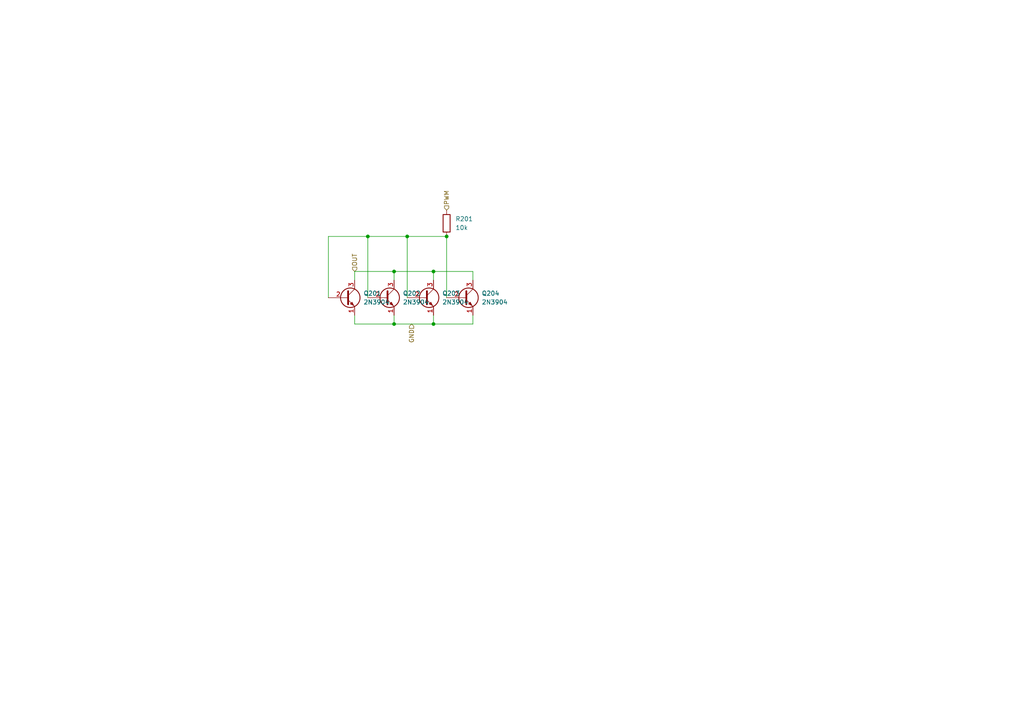
<source format=kicad_sch>
(kicad_sch (version 20230121) (generator eeschema)
  (paper "A4")
  (lib_symbols
    (symbol "Device:R" (pin_numbers hide) (pin_names (offset 0))
      (property "Reference" "R" (at 2.032 0 90))
      (property "Value" "R" (at 0 0 90))
      (symbol "R_0_1"
        (rectangle (start -1.016 -2.54) (end 1.016 2.54) (stroke (width 0.254)))
      )
      (symbol "R_1_1"
        (pin passive line (at 0 3.81 270) (length 1.27) (name "~") (number "1"))
        (pin passive line (at 0 -3.81 90) (length 1.27) (name "~") (number "2"))
      )
    )
    (symbol "Transistor_BJT:2N3904" (pin_names (offset 0) hide)
      (property "Reference" "Q" (at 5.08 1.905 0))
      (property "Value" "2N3904" (at 5.08 0 0))
      (symbol "2N3904_0_1"
        (polyline (pts (xy 0.635 0.635) (xy 2.54 2.54)))
        (polyline (pts (xy 0.635 -0.635) (xy 2.54 -2.54) (xy 2.54 -2.54)))
        (polyline (pts (xy 0.635 1.905) (xy 0.635 -1.905) (xy 0.635 -1.905)) (stroke (width 0.508)))
        (polyline (pts (xy 1.27 -1.778) (xy 1.778 -1.27) (xy 2.286 -2.286) (xy 1.27 -1.778) (xy 1.27 -1.778)) (fill (type outline)))
        (circle (center 1.27 0) (radius 2.8194) (stroke (width 0.254)))
      )
      (symbol "2N3904_1_1"
        (pin passive line (at 2.54 -5.08 90) (length 2.54) (name "E") (number "1"))
        (pin passive line (at -5.08 0 0) (length 5.715) (name "B") (number "2"))
        (pin passive line (at 2.54 5.08 270) (length 2.54) (name "C") (number "3"))
      )
    )
  )
  (junction (at 106.68 68.58))
  (junction (at 129.54 68.58))
  (junction (at 114.3 78.74))
  (junction (at 118.11 68.58))
  (junction (at 125.73 78.74))
  (junction (at 125.73 93.98))
  (junction (at 114.3 93.98))
  (wire (pts (xy 95.25 68.58) (xy 106.68 68.58)))
  (wire (pts (xy 118.11 68.58) (xy 129.54 68.58)))
  (wire (pts (xy 125.73 93.98) (xy 137.16 93.98)))
  (wire (pts (xy 118.11 68.58) (xy 106.68 68.58)))
  (wire (pts (xy 129.54 86.36) (xy 129.54 68.58)))
  (wire (pts (xy 125.73 91.44) (xy 125.73 93.98)))
  (wire (pts (xy 102.87 81.28) (xy 102.87 78.74)))
  (wire (pts (xy 137.16 91.44) (xy 137.16 93.98)))
  (wire (pts (xy 102.87 91.44) (xy 102.87 93.98)))
  (wire (pts (xy 114.3 78.74) (xy 125.73 78.74)))
  (wire (pts (xy 137.16 78.74) (xy 137.16 81.28)))
  (wire (pts (xy 118.11 68.58) (xy 118.11 86.36)))
  (wire (pts (xy 102.87 93.98) (xy 114.3 93.98)))
  (wire (pts (xy 102.87 78.74) (xy 114.3 78.74)))
  (wire (pts (xy 125.73 78.74) (xy 137.16 78.74)))
  (wire (pts (xy 95.25 86.36) (xy 95.25 68.58)))
  (wire (pts (xy 114.3 93.98) (xy 125.73 93.98)))
  (wire (pts (xy 125.73 78.74) (xy 125.73 81.28)))
  (wire (pts (xy 114.3 78.74) (xy 114.3 81.28)))
  (wire (pts (xy 106.68 68.58) (xy 106.68 86.36)))
  (wire (pts (xy 114.3 91.44) (xy 114.3 93.98)))
  (hierarchical_label "OUT" (shape input) (at 102.87 78.74 90))
  (hierarchical_label "GND" (shape input) (at 119.38 93.98 270))
  (hierarchical_label "PWM" (shape input) (at 129.54 60.96 90))
  (symbol (lib_id "Transistor_BJT:2N3904") (at 100.33 86.36 0) (unit 1)
    (property "Reference" "Q201" (at 105.41 85.09 0) (effects (justify left)))
    (property "Value" "2N3904" (at 105.41 87.63 0) (effects (justify left)))
    (property "Footprint" "Package_TO_SOT_THT:TO-92_Inline" (effects hide))
    (property "Datasheet" "https://www.onsemi.com/pub/Collateral/2N3903-D.PDF" (effects hide))
  )
  (symbol (lib_id "Device:R") (at 129.54 64.77 0) (unit 1)
    (property "Reference" "R201" (at 132.08 63.5 0) (effects (justify left)))
    (property "Value" "10k" (at 132.08 66.04 0) (effects (justify left)))
    (property "Footprint" "Resistor_THT:R_Axial_DIN0207_L6.3mm_D2.5mm_P7.62mm_Horizontal" (effects hide))
  )
  (symbol (lib_id "Transistor_BJT:2N3904") (at 111.76 86.36 0) (unit 1)
    (property "Reference" "Q202" (at 116.84 85.09 0) (effects (justify left)))
    (property "Value" "2N3904" (at 116.84 87.63 0) (effects (justify left)))
    (property "Footprint" "Package_TO_SOT_THT:TO-92_Inline" (effects hide))
    (property "Datasheet" "https://www.onsemi.com/pub/Collateral/2N3903-D.PDF" (effects hide))
  )
  (symbol (lib_id "Transistor_BJT:2N3904") (at 134.62 86.36 0) (unit 1)
    (property "Reference" "Q204" (at 139.7 85.09 0) (effects (justify left)))
    (property "Value" "2N3904" (at 139.7 87.63 0) (effects (justify left)))
    (property "Footprint" "Package_TO_SOT_THT:TO-92_Inline" (effects hide))
    (property "Datasheet" "https://www.onsemi.com/pub/Collateral/2N3903-D.PDF" (effects hide))
  )
  (symbol (lib_id "Transistor_BJT:2N3904") (at 123.19 86.36 0) (unit 1)
    (property "Reference" "Q203" (at 128.27 85.09 0) (effects (justify left)))
    (property "Value" "2N3904" (at 128.27 87.63 0) (effects (justify left)))
    (property "Footprint" "Package_TO_SOT_THT:TO-92_Inline" (effects hide))
    (property "Datasheet" "https://www.onsemi.com/pub/Collateral/2N3903-D.PDF" (effects hide))
  )
)
</source>
